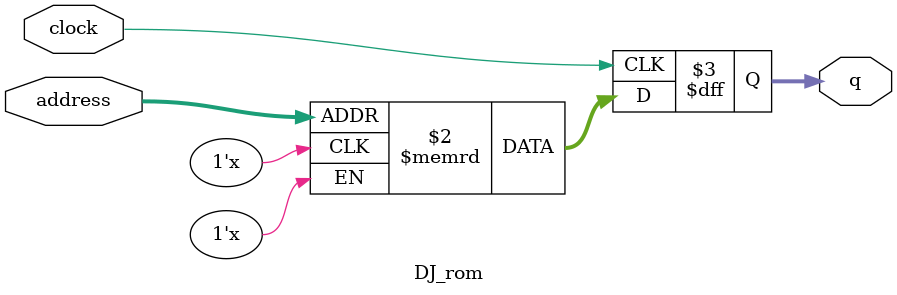
<source format=sv>
module DJ_rom (
	input logic clock,
	input logic [13:0] address,
	output logic [3:0] q
);

logic [3:0] memory [0:9999] /* synthesis ram_init_file = "./DJ/DJ.mif" */;

always_ff @ (posedge clock) begin
	q <= memory[address];
end

endmodule

</source>
